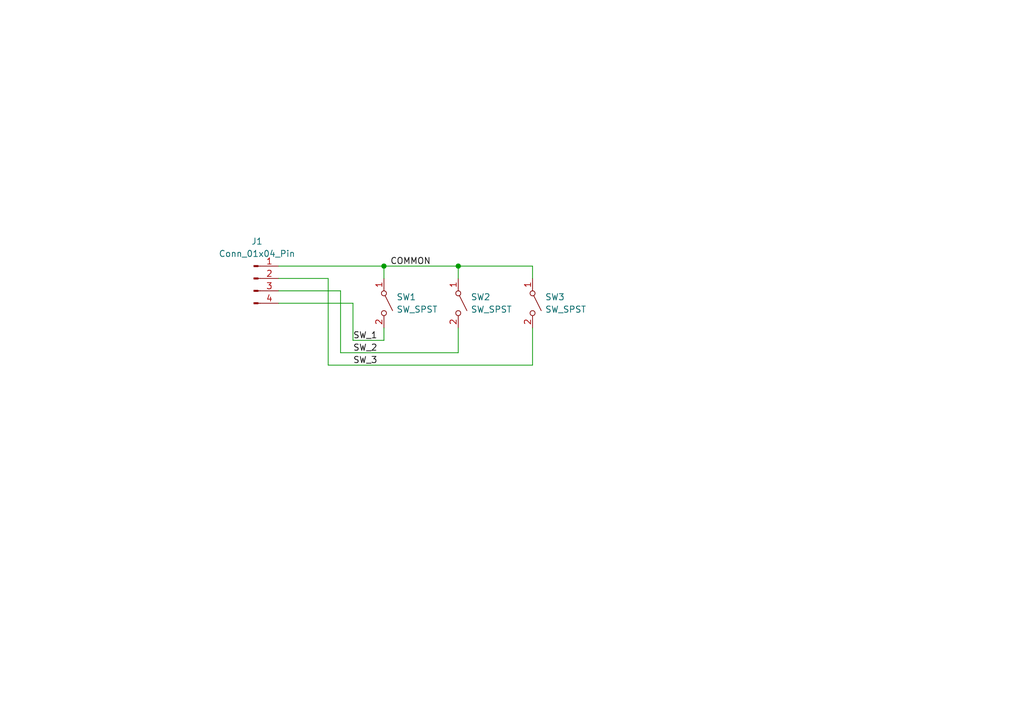
<source format=kicad_sch>
(kicad_sch (version 20231120) (generator "eeschema") (generator_version "8.0")
  (paper "A5")
  (title_block (title "Mechanical Switch Breakout Schematic") (date "2024-06-07") (rev "0.1.1"))
  (lib_symbols
    (symbol "Connector:Conn_01x04_Pin" (pin_names (offset 1.016) hide)
      (property "Reference" "J" (at 0 5.08 0))
      (property "Value" "Conn_01x04_Pin" (at 0 -7.62 0))
      (symbol "Conn_01x04_Pin_1_1"
        (polyline (pts (xy 1.27 -5.08) (xy 0.8636 -5.08)) (stroke (width 0.1524)))
        (polyline (pts (xy 1.27 -2.54) (xy 0.8636 -2.54)) (stroke (width 0.1524)))
        (polyline (pts (xy 1.27 0) (xy 0.8636 0)) (stroke (width 0.1524)))
        (polyline (pts (xy 1.27 2.54) (xy 0.8636 2.54)) (stroke (width 0.1524)))
        (rectangle (start 0.8636 -4.953) (end 0 -5.207) (stroke (width 0.1524)) (fill (type outline)))
        (rectangle (start 0.8636 -2.413) (end 0 -2.667) (stroke (width 0.1524)) (fill (type outline)))
        (rectangle (start 0.8636 0.127) (end 0 -0.127) (stroke (width 0.1524)) (fill (type outline)))
        (rectangle (start 0.8636 2.667) (end 0 2.413) (stroke (width 0.1524)) (fill (type outline)))
        (pin passive line (at 5.08 2.54 180) (length 3.81) (name "Pin_1") (number "1"))
        (pin passive line (at 5.08 0 180) (length 3.81) (name "Pin_2") (number "2"))
        (pin passive line (at 5.08 -2.54 180) (length 3.81) (name "Pin_3") (number "3"))
        (pin passive line (at 5.08 -5.08 180) (length 3.81) (name "Pin_4") (number "4"))
      )
    )
    (symbol "Switch:SW_SPST" (pin_names (offset 0) hide)
      (property "Reference" "SW" (at 0 3.175 0))
      (property "Value" "SW_SPST" (at 0 -2.54 0))
      (symbol "SW_SPST_0_0"
        (circle (center -2.032 0) (radius 0.508))
        (polyline (pts (xy -1.524 0.254) (xy 1.524 1.778)))
        (circle (center 2.032 0) (radius 0.508))
      )
      (symbol "SW_SPST_1_1"
        (pin passive line (at -5.08 0 0) (length 2.54) (name "A") (number "1"))
        (pin passive line (at 5.08 0 180) (length 2.54) (name "B") (number "2"))
      )
    )
  )
  (junction (at 78.74 54.61))
  (junction (at 93.98 54.61))
  (wire (pts (xy 93.98 72.39) (xy 69.85 72.39)))
  (wire (pts (xy 93.98 54.61) (xy 109.22 54.61)))
  (wire (pts (xy 109.22 74.93) (xy 67.31 74.93)))
  (wire (pts (xy 78.74 67.31) (xy 78.74 69.85)))
  (wire (pts (xy 69.85 72.39) (xy 69.85 59.69)))
  (wire (pts (xy 93.98 67.31) (xy 93.98 72.39)))
  (wire (pts (xy 93.98 54.61) (xy 93.98 57.15)))
  (wire (pts (xy 67.31 57.15) (xy 57.15 57.15)))
  (wire (pts (xy 67.31 57.15) (xy 67.31 74.93)))
  (wire (pts (xy 78.74 54.61) (xy 78.74 57.15)))
  (wire (pts (xy 78.74 69.85) (xy 72.39 69.85)))
  (wire (pts (xy 109.22 67.31) (xy 109.22 74.93)))
  (wire (pts (xy 109.22 57.15) (xy 109.22 54.61)))
  (wire (pts (xy 57.15 62.23) (xy 72.39 62.23)))
  (wire (pts (xy 57.15 54.61) (xy 78.74 54.61)))
  (wire (pts (xy 57.15 59.69) (xy 69.85 59.69)))
  (wire (pts (xy 78.74 54.61) (xy 93.98 54.61)))
  (wire (pts (xy 72.39 69.85) (xy 72.39 62.23)))
  (label "SW_3" (at 72.39 74.93 0))
  (label "COMMON" (at 80.01 54.61 0))
  (label "SW_1" (at 72.39 69.85 0))
  (label "SW_2" (at 72.39 72.39 0))
  (symbol (lib_id "Switch:SW_SPST") (at 93.98 62.23 270) (unit 1)
    (property "Reference" "SW2" (at 96.52 60.9599 90) (effects (justify left)))
    (property "Value" "SW_SPST" (at 96.52 63.4999 90) (effects (justify left)))
    (property "Footprint" "Button_Switch_Keyboard:SW_Cherry_MX_1.00u_PCB" (effects (hide yes)))
    (property "Description" "Single Pole Single Throw (SPST) switch" (effects (hide yes)))
  )
  (symbol (lib_id "Switch:SW_SPST") (at 78.74 62.23 270) (unit 1)
    (property "Reference" "SW1" (at 81.28 60.9599 90) (effects (justify left)))
    (property "Value" "SW_SPST" (at 81.28 63.4999 90) (effects (justify left)))
    (property "Footprint" "Button_Switch_Keyboard:SW_Cherry_MX_1.00u_PCB" (effects (hide yes)))
    (property "Description" "Single Pole Single Throw (SPST) switch" (effects (hide yes)))
  )
  (symbol (lib_id "Switch:SW_SPST") (at 109.22 62.23 270) (unit 1)
    (property "Reference" "SW3" (at 111.76 60.9599 90) (effects (justify left)))
    (property "Value" "SW_SPST" (at 111.76 63.4999 90) (effects (justify left)))
    (property "Footprint" "Button_Switch_Keyboard:SW_Cherry_MX_1.00u_PCB" (effects (hide yes)))
    (property "Description" "Single Pole Single Throw (SPST) switch" (effects (hide yes)))
  )
  (symbol (lib_id "Connector:Conn_01x04_Pin") (at 52.07 57.15 0) (unit 1)
    (property "Reference" "J1" (at 52.705 49.53 0))
    (property "Value" "Conn_01x04_Pin" (at 52.705 52.07 0))
    (property "Footprint" "Connector_PinHeader_2.54mm:PinHeader_1x04_P2.54mm_Horizontal" (effects (hide yes)))
    (property "Description" "Generic connector, single row, 01x04, script generated" (effects (hide yes)))
  )
)
</source>
